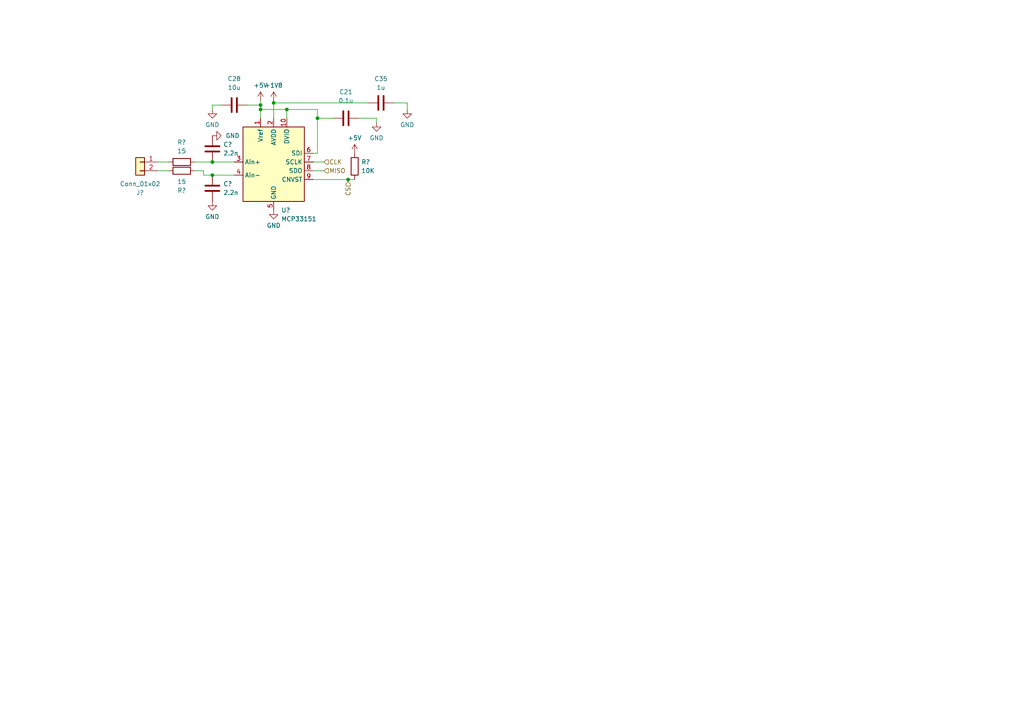
<source format=kicad_sch>
(kicad_sch (version 20230121) (generator eeschema)
  (paper "A4")
  (lib_symbols
    (symbol "Analog_ADC:MCP33151"
      (property "Reference" "U" (at -8.89 13.97 0))
      (property "Value" "MCP33151" (at 0 0 0))
      (symbol "MCP33151_1_1"
        (rectangle (start -8.89 11.43) (end 8.89 -10.16) (stroke (width 0.254)) (fill (type background)))
        (pin power_in line (at -3.81 13.97 270) (length 2.54) (name "Vref") (number "1"))
        (pin power_in line (at 3.81 13.97 270) (length 2.54) (name "DVIO") (number "10"))
        (pin power_in line (at 0 13.97 270) (length 2.54) (name "AVDD") (number "2"))
        (pin passive line (at -11.43 1.27 0) (length 2.54) (name "Ain+") (number "3"))
        (pin passive line (at -11.43 -2.54 0) (length 2.54) (name "Ain-") (number "4"))
        (pin power_in line (at 0 -12.7 90) (length 2.54) (name "GND") (number "5"))
        (pin output line (at 11.43 3.81 180) (length 2.54) (name "SDI") (number "6"))
        (pin input line (at 11.43 1.27 180) (length 2.54) (name "SCLK") (number "7"))
        (pin output line (at 11.43 -1.27 180) (length 2.54) (name "SDO") (number "8"))
        (pin input line (at 11.43 -3.81 180) (length 2.54) (name "CNVST") (number "9"))
      )
    )
    (symbol "Connector_Generic:Conn_01x02" (pin_names (offset 1.016) hide)
      (property "Reference" "J" (at 0 2.54 0))
      (property "Value" "Conn_01x02" (at 0 -5.08 0))
      (symbol "Conn_01x02_1_1"
        (rectangle (start -1.27 -2.413) (end 0 -2.667) (stroke (width 0.1524)))
        (rectangle (start -1.27 0.127) (end 0 -0.127) (stroke (width 0.1524)))
        (rectangle (start -1.27 1.27) (end 1.27 -3.81) (stroke (width 0.254)) (fill (type background)))
        (pin passive line (at -5.08 0 0) (length 3.81) (name "Pin_1") (number "1"))
        (pin passive line (at -5.08 -2.54 0) (length 3.81) (name "Pin_2") (number "2"))
      )
    )
    (symbol "Device:C" (pin_numbers hide) (pin_names (offset 0.254))
      (property "Reference" "C" (at 0.635 2.54 0))
      (property "Value" "C" (at 0.635 -2.54 0))
      (symbol "C_0_1"
        (polyline (pts (xy -2.032 -0.762) (xy 2.032 -0.762)) (stroke (width 0.508)))
        (polyline (pts (xy -2.032 0.762) (xy 2.032 0.762)) (stroke (width 0.508)))
      )
      (symbol "C_1_1"
        (pin passive line (at 0 3.81 270) (length 2.794) (name "~") (number "1"))
        (pin passive line (at 0 -3.81 90) (length 2.794) (name "~") (number "2"))
      )
    )
    (symbol "Device:R" (pin_numbers hide) (pin_names (offset 0))
      (property "Reference" "R" (at 2.032 0 90))
      (property "Value" "R" (at 0 0 90))
      (symbol "R_0_1"
        (rectangle (start -1.016 -2.54) (end 1.016 2.54) (stroke (width 0.254)))
      )
      (symbol "R_1_1"
        (pin passive line (at 0 3.81 270) (length 1.27) (name "~") (number "1"))
        (pin passive line (at 0 -3.81 90) (length 1.27) (name "~") (number "2"))
      )
    )
    (symbol "power:+1V8" (power) (pin_names (offset 0))
      (property "Value" "+1V8" (at 0 3.556 0))
      (symbol "+1V8_0_1"
        (polyline (pts (xy -0.762 1.27) (xy 0 2.54)))
        (polyline (pts (xy 0 0) (xy 0 2.54)))
        (polyline (pts (xy 0 2.54) (xy 0.762 1.27)))
      )
      (symbol "+1V8_1_1"
        (pin power_in line (at 0 0 90) (length 0) hide (name "+1V8") (number "1"))
      )
    )
    (symbol "power:+5V" (power) (pin_names (offset 0))
      (property "Value" "+5V" (at 0 3.556 0))
      (symbol "+5V_0_1"
        (polyline (pts (xy -0.762 1.27) (xy 0 2.54)))
        (polyline (pts (xy 0 0) (xy 0 2.54)))
        (polyline (pts (xy 0 2.54) (xy 0.762 1.27)))
      )
      (symbol "+5V_1_1"
        (pin power_in line (at 0 0 90) (length 0) hide (name "+5V") (number "1"))
      )
    )
    (symbol "power:GND" (power) (pin_names (offset 0))
      (property "Value" "GND" (at 0 -3.81 0))
      (symbol "GND_0_1"
        (polyline (pts (xy 0 0) (xy 0 -1.27) (xy 1.27 -1.27) (xy 0 -2.54) (xy -1.27 -1.27) (xy 0 -1.27)))
      )
      (symbol "GND_1_1"
        (pin power_in line (at 0 0 270) (length 0) hide (name "GND") (number "1"))
      )
    )
  )
  (junction (at 75.565 31.75))
  (junction (at 83.185 31.75))
  (junction (at 61.595 50.8))
  (junction (at 92.075 34.29))
  (junction (at 75.565 30.48))
  (junction (at 100.965 52.07))
  (junction (at 61.595 46.99))
  (junction (at 79.375 29.845))
  (wire (pts (xy 75.565 29.21) (xy 75.565 30.48)))
  (wire (pts (xy 83.185 31.75) (xy 92.075 31.75)))
  (wire (pts (xy 59.055 49.53) (xy 59.055 50.8)))
  (wire (pts (xy 92.075 44.45) (xy 90.805 44.45)))
  (wire (pts (xy 104.14 34.29) (xy 109.22 34.29)))
  (wire (pts (xy 100.965 52.705) (xy 100.965 52.07)))
  (wire (pts (xy 79.375 29.845) (xy 106.68 29.845)))
  (wire (pts (xy 59.055 50.8) (xy 61.595 50.8)))
  (wire (pts (xy 79.375 29.21) (xy 79.375 29.845)))
  (wire (pts (xy 83.185 31.75) (xy 83.185 34.29)))
  (wire (pts (xy 75.565 31.75) (xy 83.185 31.75)))
  (wire (pts (xy 92.075 34.29) (xy 92.075 44.45)))
  (wire (pts (xy 75.565 30.48) (xy 75.565 31.75)))
  (wire (pts (xy 90.805 49.53) (xy 93.98 49.53)))
  (wire (pts (xy 96.52 34.29) (xy 92.075 34.29)))
  (wire (pts (xy 61.595 30.48) (xy 61.595 31.75)))
  (wire (pts (xy 114.3 29.845) (xy 118.11 29.845)))
  (wire (pts (xy 45.72 46.99) (xy 48.895 46.99)))
  (wire (pts (xy 79.375 29.845) (xy 79.375 34.29)))
  (wire (pts (xy 56.515 49.53) (xy 59.055 49.53)))
  (wire (pts (xy 92.075 31.75) (xy 92.075 34.29)))
  (wire (pts (xy 71.755 30.48) (xy 75.565 30.48)))
  (wire (pts (xy 64.135 30.48) (xy 61.595 30.48)))
  (wire (pts (xy 109.22 34.29) (xy 109.22 35.56)))
  (wire (pts (xy 90.805 52.07) (xy 100.965 52.07)))
  (wire (pts (xy 61.595 46.99) (xy 67.945 46.99)))
  (wire (pts (xy 100.965 52.07) (xy 102.87 52.07)))
  (wire (pts (xy 75.565 34.29) (xy 75.565 31.75)))
  (wire (pts (xy 118.11 29.845) (xy 118.11 31.75)))
  (wire (pts (xy 56.515 46.99) (xy 61.595 46.99)))
  (wire (pts (xy 45.72 49.53) (xy 48.895 49.53)))
  (wire (pts (xy 61.595 50.8) (xy 67.945 50.8)))
  (wire (pts (xy 90.805 46.99) (xy 93.98 46.99)))
  (hierarchical_label "CS" (shape input) (at 100.965 52.705 270))
  (hierarchical_label "CLK" (shape input) (at 93.98 46.99 0))
  (hierarchical_label "MISO" (shape input) (at 93.98 49.53 0))
  (symbol (lib_id "Device:C") (at 67.945 30.48 90) (unit 1)
    (property "Reference" "C28" (at 67.945 22.86 90))
    (property "Value" "10u" (at 67.945 25.4 90))
    (property "Footprint" "Capacitor_SMD:C_0805_2012Metric_Pad1.18x1.45mm_HandSolder" (effects hide))
    (instances (project "Rover Voltage Sense" (path "" (reference "C28") (unit 1)) (path "" (reference "C29") (unit 1)) (path "" (reference "C30") (unit 1)) (path "" (reference "C31") (unit 1)) (path "" (reference "C32") (unit 1)) (path "" (reference "C33") (unit 1)) (path "" (reference "C34") (unit 1))))
  )
  (symbol (lib_id "Connector_Generic:Conn_01x02") (at 40.64 46.99 0) (mirror y) (unit 1)
    (property "Reference" "J?" (at 40.64 55.88 0))
    (property "Value" "Conn_01x02" (at 40.64 53.34 0))
    (property "Footprint" "Connector_Molex:Molex_PicoBlade_53398-0271_1x02-1MP_P1.25mm_Vertical" (effects hide))
    (instances (project "Rover Voltage Sense" (path "" (reference "J?") (unit 1)) (path "" (reference "J1") (unit 1)) (path "" (reference "J2") (unit 1)) (path "" (reference "J3") (unit 1)) (path "" (reference "J4") (unit 1)) (path "" (reference "J5") (unit 1)) (path "" (reference "J6") (unit 1)) (path "" (reference "J7") (unit 1))))
  )
  (symbol (lib_id "Device:C") (at 100.33 34.29 90) (unit 1)
    (property "Reference" "C21" (at 100.33 26.67 90))
    (property "Value" "0.1u" (at 100.33 29.21 90))
    (property "Footprint" "Capacitor_SMD:C_0603_1608Metric_Pad1.08x0.95mm_HandSolder" (effects hide))
    (instances (project "Rover Voltage Sense" (path "" (reference "C21") (unit 1)) (path "" (reference "C22") (unit 1)) (path "" (reference "C23") (unit 1)) (path "" (reference "C24") (unit 1)) (path "" (reference "C25") (unit 1)) (path "" (reference "C26") (unit 1)) (path "" (reference "C27") (unit 1))))
  )
  (symbol (lib_id "power:GND") (at 109.22 35.56 0) (unit 1)
    (property "Reference" "#PWR?" (effects hide))
    (property "Value" "GND" (at 109.22 40.005 0))
    (instances (project "Rover Voltage Sense" (path "" (reference "#PWR?") (unit 1)) (path "" (reference "#PWR072") (unit 1)) (path "" (reference "#PWR073") (unit 1)) (path "" (reference "#PWR074") (unit 1)) (path "" (reference "#PWR075") (unit 1)) (path "" (reference "#PWR076") (unit 1)) (path "" (reference "#PWR077") (unit 1)) (path "" (reference "#PWR078") (unit 1))))
  )
  (symbol (lib_id "power:GND") (at 61.595 39.37 90) (unit 1)
    (property "Reference" "#PWR?" (effects hide))
    (property "Value" "GND" (at 65.405 39.37 90) (effects (justify right)))
    (instances (project "Rover Voltage Sense" (path "" (reference "#PWR?") (unit 1)) (path "" (reference "#PWR01") (unit 1)) (path "" (reference "#PWR07") (unit 1)) (path "" (reference "#PWR013") (unit 1)) (path "" (reference "#PWR019") (unit 1)) (path "" (reference "#PWR025") (unit 1)) (path "" (reference "#PWR031") (unit 1)) (path "" (reference "#PWR037") (unit 1))))
  )
  (symbol (lib_id "Device:R") (at 102.87 48.26 0) (unit 1)
    (property "Reference" "R?" (at 104.775 46.99 0) (effects (justify left)))
    (property "Value" "10K" (at 104.775 49.53 0) (effects (justify left)))
    (property "Footprint" "Resistor_SMD:R_0805_2012Metric_Pad1.20x1.40mm_HandSolder" (effects hide))
    (instances (project "Rover Voltage Sense" (path "" (reference "R?") (unit 1)) (path "" (reference "R3") (unit 1)) (path "" (reference "R6") (unit 1)) (path "" (reference "R9") (unit 1)) (path "" (reference "R12") (unit 1)) (path "" (reference "R15") (unit 1)) (path "" (reference "R18") (unit 1)) (path "" (reference "R21") (unit 1))))
  )
  (symbol (lib_id "power:GND") (at 61.595 58.42 0) (unit 1)
    (property "Reference" "#PWR?" (effects hide))
    (property "Value" "GND" (at 61.595 62.865 0))
    (instances (project "Rover Voltage Sense" (path "" (reference "#PWR?") (unit 1)) (path "" (reference "#PWR02") (unit 1)) (path "" (reference "#PWR08") (unit 1)) (path "" (reference "#PWR014") (unit 1)) (path "" (reference "#PWR020") (unit 1)) (path "" (reference "#PWR026") (unit 1)) (path "" (reference "#PWR032") (unit 1)) (path "" (reference "#PWR038") (unit 1))))
  )
  (symbol (lib_id "Analog_ADC:MCP33151") (at 79.375 48.26 0) (unit 1)
    (property "Reference" "U?" (at 81.5691 60.96 0) (effects (justify left)))
    (property "Value" "MCP33151" (at 81.5691 63.5 0) (effects (justify left)))
    (property "Footprint" "Package_SO:MSOP-10_3x3mm_P0.5mm" (effects hide))
    (instances (project "Rover Voltage Sense" (path "" (reference "U?") (unit 1)) (path "" (reference "U1") (unit 1)) (path "" (reference "U3") (unit 1)) (path "" (reference "U5") (unit 1)) (path "" (reference "U7") (unit 1)) (path "" (reference "U9") (unit 1)) (path "" (reference "U11") (unit 1)) (path "" (reference "U13") (unit 1))))
  )
  (symbol (lib_id "power:+5V") (at 75.565 29.21 0) (unit 1)
    (property "Reference" "#PWR?" (effects hide))
    (property "Value" "+5V" (at 75.565 24.765 0))
    (instances (project "Rover Voltage Sense" (path "" (reference "#PWR?") (unit 1)) (path "" (reference "#PWR03") (unit 1)) (path "" (reference "#PWR09") (unit 1)) (path "" (reference "#PWR015") (unit 1)) (path "" (reference "#PWR021") (unit 1)) (path "" (reference "#PWR027") (unit 1)) (path "" (reference "#PWR033") (unit 1)) (path "" (reference "#PWR039") (unit 1))))
  )
  (symbol (lib_id "power:+1V8") (at 79.375 29.21 0) (unit 1)
    (property "Reference" "#PWR?" (effects hide))
    (property "Value" "+1V8" (at 79.375 24.765 0))
    (instances (project "Rover Voltage Sense" (path "" (reference "#PWR?") (unit 1)) (path "" (reference "#PWR04") (unit 1)) (path "" (reference "#PWR010") (unit 1)) (path "" (reference "#PWR016") (unit 1)) (path "" (reference "#PWR022") (unit 1)) (path "" (reference "#PWR028") (unit 1)) (path "" (reference "#PWR034") (unit 1)) (path "" (reference "#PWR040") (unit 1))))
  )
  (symbol (lib_id "power:GND") (at 79.375 60.96 0) (unit 1)
    (property "Reference" "#PWR?" (effects hide))
    (property "Value" "GND" (at 79.375 65.405 0))
    (instances (project "Rover Voltage Sense" (path "" (reference "#PWR?") (unit 1)) (path "" (reference "#PWR05") (unit 1)) (path "" (reference "#PWR011") (unit 1)) (path "" (reference "#PWR017") (unit 1)) (path "" (reference "#PWR023") (unit 1)) (path "" (reference "#PWR029") (unit 1)) (path "" (reference "#PWR035") (unit 1)) (path "" (reference "#PWR041") (unit 1))))
  )
  (symbol (lib_id "power:+5V") (at 102.87 44.45 0) (unit 1)
    (property "Reference" "#PWR?" (effects hide))
    (property "Value" "+5V" (at 102.87 40.005 0))
    (instances (project "Rover Voltage Sense" (path "" (reference "#PWR?") (unit 1)) (path "" (reference "#PWR06") (unit 1)) (path "" (reference "#PWR012") (unit 1)) (path "" (reference "#PWR018") (unit 1)) (path "" (reference "#PWR024") (unit 1)) (path "" (reference "#PWR030") (unit 1)) (path "" (reference "#PWR036") (unit 1)) (path "" (reference "#PWR042") (unit 1))))
  )
  (symbol (lib_id "power:GND") (at 61.595 31.75 0) (unit 1)
    (property "Reference" "#PWR?" (effects hide))
    (property "Value" "GND" (at 61.595 36.195 0))
    (instances (project "Rover Voltage Sense" (path "" (reference "#PWR?") (unit 1)) (path "" (reference "#PWR065") (unit 1)) (path "" (reference "#PWR066") (unit 1)) (path "" (reference "#PWR067") (unit 1)) (path "" (reference "#PWR068") (unit 1)) (path "" (reference "#PWR069") (unit 1)) (path "" (reference "#PWR070") (unit 1)) (path "" (reference "#PWR071") (unit 1))))
  )
  (symbol (lib_id "Device:R") (at 52.705 46.99 90) (unit 1)
    (property "Reference" "R?" (at 52.705 41.275 90))
    (property "Value" "15" (at 52.705 43.815 90))
    (property "Footprint" "Resistor_SMD:R_0805_2012Metric_Pad1.20x1.40mm_HandSolder" (effects hide))
    (instances (project "Rover Voltage Sense" (path "" (reference "R?") (unit 1)) (path "" (reference "R1") (unit 1)) (path "" (reference "R4") (unit 1)) (path "" (reference "R7") (unit 1)) (path "" (reference "R10") (unit 1)) (path "" (reference "R13") (unit 1)) (path "" (reference "R16") (unit 1)) (path "" (reference "R19") (unit 1))))
  )
  (symbol (lib_id "power:GND") (at 118.11 31.75 0) (unit 1)
    (property "Reference" "#PWR?" (effects hide))
    (property "Value" "GND" (at 118.11 36.195 0))
    (instances (project "Rover Voltage Sense" (path "" (reference "#PWR?") (unit 1)) (path "" (reference "#PWR079") (unit 1)) (path "" (reference "#PWR080") (unit 1)) (path "" (reference "#PWR081") (unit 1)) (path "" (reference "#PWR082") (unit 1)) (path "" (reference "#PWR083") (unit 1)) (path "" (reference "#PWR084") (unit 1)) (path "" (reference "#PWR085") (unit 1))))
  )
  (symbol (lib_id "Device:R") (at 52.705 49.53 90) (mirror x) (unit 1)
    (property "Reference" "R?" (at 52.705 55.245 90))
    (property "Value" "15" (at 52.705 52.705 90))
    (property "Footprint" "Resistor_SMD:R_0805_2012Metric_Pad1.20x1.40mm_HandSolder" (effects hide))
    (instances (project "Rover Voltage Sense" (path "" (reference "R?") (unit 1)) (path "" (reference "R2") (unit 1)) (path "" (reference "R5") (unit 1)) (path "" (reference "R8") (unit 1)) (path "" (reference "R11") (unit 1)) (path "" (reference "R14") (unit 1)) (path "" (reference "R17") (unit 1)) (path "" (reference "R20") (unit 1))))
  )
  (symbol (lib_id "Device:C") (at 61.595 43.18 0) (unit 1)
    (property "Reference" "C?" (at 64.77 41.91 0) (effects (justify left)))
    (property "Value" "2.2n" (at 64.77 44.45 0) (effects (justify left)))
    (property "Footprint" "Capacitor_SMD:C_0603_1608Metric_Pad1.08x0.95mm_HandSolder" (effects hide))
    (instances (project "Rover Voltage Sense" (path "" (reference "C?") (unit 1)) (path "" (reference "C1") (unit 1)) (path "" (reference "C3") (unit 1)) (path "" (reference "C5") (unit 1)) (path "" (reference "C7") (unit 1)) (path "" (reference "C9") (unit 1)) (path "" (reference "C11") (unit 1)) (path "" (reference "C13") (unit 1))))
  )
  (symbol (lib_id "Device:C") (at 110.49 29.845 90) (unit 1)
    (property "Reference" "C35" (at 110.49 22.86 90))
    (property "Value" "1u" (at 110.49 25.4 90))
    (property "Footprint" "Capacitor_SMD:C_0805_2012Metric_Pad1.18x1.45mm_HandSolder" (effects hide))
    (instances (project "Rover Voltage Sense" (path "" (reference "C35") (unit 1)) (path "" (reference "C36") (unit 1)) (path "" (reference "C37") (unit 1)) (path "" (reference "C38") (unit 1)) (path "" (reference "C39") (unit 1)) (path "" (reference "C40") (unit 1)) (path "" (reference "C41") (unit 1))))
  )
  (symbol (lib_id "Device:C") (at 61.595 54.61 0) (unit 1)
    (property "Reference" "C?" (at 64.77 53.34 0) (effects (justify left)))
    (property "Value" "2.2n" (at 64.77 55.88 0) (effects (justify left)))
    (property "Footprint" "Capacitor_SMD:C_0603_1608Metric_Pad1.08x0.95mm_HandSolder" (effects hide))
    (instances (project "Rover Voltage Sense" (path "" (reference "C?") (unit 1)) (path "" (reference "C2") (unit 1)) (path "" (reference "C4") (unit 1)) (path "" (reference "C6") (unit 1)) (path "" (reference "C8") (unit 1)) (path "" (reference "C10") (unit 1)) (path "" (reference "C12") (unit 1)) (path "" (reference "C14") (unit 1))))
  )
)
</source>
